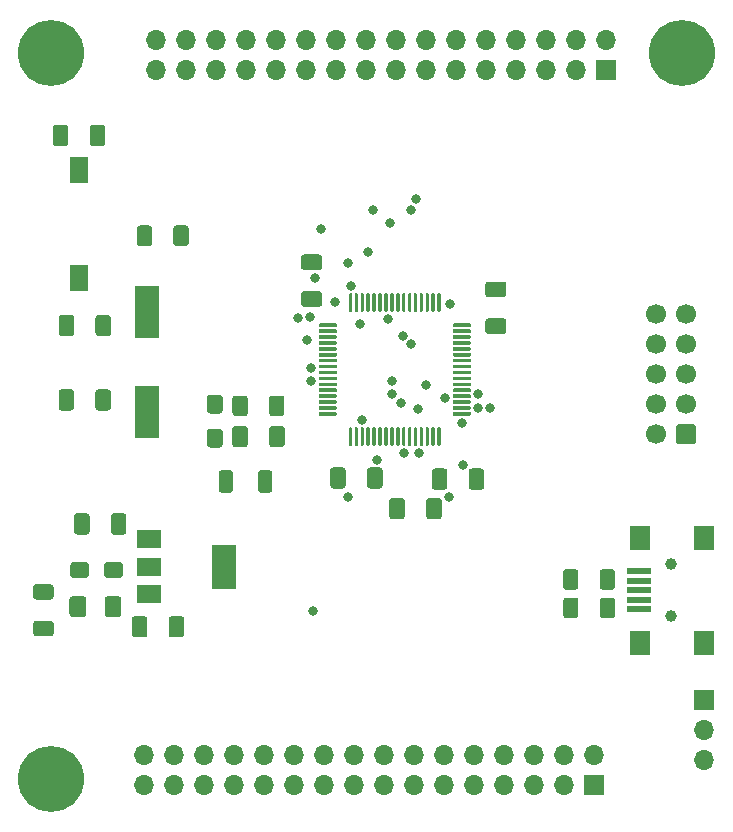
<source format=gts>
%TF.GenerationSoftware,KiCad,Pcbnew,5.1.9+dfsg1-1*%
%TF.CreationDate,2022-02-05T10:31:28+01:00*%
%TF.ProjectId,STM32F4XX,53544d33-3246-4345-9858-2e6b69636164,2.0*%
%TF.SameCoordinates,Original*%
%TF.FileFunction,Soldermask,Top*%
%TF.FilePolarity,Negative*%
%FSLAX46Y46*%
G04 Gerber Fmt 4.6, Leading zero omitted, Abs format (unit mm)*
G04 Created by KiCad (PCBNEW 5.1.9+dfsg1-1) date 2022-02-05 10:31:28*
%MOMM*%
%LPD*%
G01*
G04 APERTURE LIST*
%ADD10C,1.700000*%
%ADD11R,1.600000X2.180000*%
%ADD12R,2.000000X4.500000*%
%ADD13O,1.700000X1.700000*%
%ADD14R,1.700000X1.700000*%
%ADD15C,5.600000*%
%ADD16R,2.000000X1.500000*%
%ADD17R,2.000000X3.800000*%
%ADD18C,1.000000*%
%ADD19R,1.700000X2.000000*%
%ADD20R,2.000000X0.500000*%
%ADD21C,0.800000*%
G04 APERTURE END LIST*
%TO.C,R5*%
G36*
G01*
X120525001Y-105800000D02*
X119274999Y-105800000D01*
G75*
G02*
X119025000Y-105550001I0J249999D01*
G01*
X119025000Y-104749999D01*
G75*
G02*
X119274999Y-104500000I249999J0D01*
G01*
X120525001Y-104500000D01*
G75*
G02*
X120775000Y-104749999I0J-249999D01*
G01*
X120775000Y-105550001D01*
G75*
G02*
X120525001Y-105800000I-249999J0D01*
G01*
G37*
G36*
G01*
X120525001Y-108900000D02*
X119274999Y-108900000D01*
G75*
G02*
X119025000Y-108650001I0J249999D01*
G01*
X119025000Y-107849999D01*
G75*
G02*
X119274999Y-107600000I249999J0D01*
G01*
X120525001Y-107600000D01*
G75*
G02*
X120775000Y-107849999I0J-249999D01*
G01*
X120775000Y-108650001D01*
G75*
G02*
X120525001Y-108900000I-249999J0D01*
G01*
G37*
%TD*%
D10*
%TO.C,J5*%
X171760000Y-81640000D03*
X171760000Y-84180000D03*
X171760000Y-86720000D03*
X171760000Y-89260000D03*
X171760000Y-91800000D03*
X174300000Y-81640000D03*
X174300000Y-84180000D03*
X174300000Y-86720000D03*
X174300000Y-89260000D03*
G36*
G01*
X175150000Y-91200000D02*
X175150000Y-92400000D01*
G75*
G02*
X174900000Y-92650000I-250000J0D01*
G01*
X173700000Y-92650000D01*
G75*
G02*
X173450000Y-92400000I0J250000D01*
G01*
X173450000Y-91200000D01*
G75*
G02*
X173700000Y-90950000I250000J0D01*
G01*
X174900000Y-90950000D01*
G75*
G02*
X175150000Y-91200000I0J-250000D01*
G01*
G37*
%TD*%
%TO.C,C1*%
G36*
G01*
X141949998Y-79700000D02*
X143250002Y-79700000D01*
G75*
G02*
X143500000Y-79949998I0J-249998D01*
G01*
X143500000Y-80775002D01*
G75*
G02*
X143250002Y-81025000I-249998J0D01*
G01*
X141949998Y-81025000D01*
G75*
G02*
X141700000Y-80775002I0J249998D01*
G01*
X141700000Y-79949998D01*
G75*
G02*
X141949998Y-79700000I249998J0D01*
G01*
G37*
G36*
G01*
X141949998Y-76575000D02*
X143250002Y-76575000D01*
G75*
G02*
X143500000Y-76824998I0J-249998D01*
G01*
X143500000Y-77650002D01*
G75*
G02*
X143250002Y-77900000I-249998J0D01*
G01*
X141949998Y-77900000D01*
G75*
G02*
X141700000Y-77650002I0J249998D01*
G01*
X141700000Y-76824998D01*
G75*
G02*
X141949998Y-76575000I249998J0D01*
G01*
G37*
%TD*%
%TO.C,C6*%
G36*
G01*
X134825001Y-90050000D02*
X133974999Y-90050000D01*
G75*
G02*
X133725000Y-89800001I0J249999D01*
G01*
X133725000Y-88724999D01*
G75*
G02*
X133974999Y-88475000I249999J0D01*
G01*
X134825001Y-88475000D01*
G75*
G02*
X135075000Y-88724999I0J-249999D01*
G01*
X135075000Y-89800001D01*
G75*
G02*
X134825001Y-90050000I-249999J0D01*
G01*
G37*
G36*
G01*
X134825001Y-92925000D02*
X133974999Y-92925000D01*
G75*
G02*
X133725000Y-92675001I0J249999D01*
G01*
X133725000Y-91599999D01*
G75*
G02*
X133974999Y-91350000I249999J0D01*
G01*
X134825001Y-91350000D01*
G75*
G02*
X135075000Y-91599999I0J-249999D01*
G01*
X135075000Y-92675001D01*
G75*
G02*
X134825001Y-92925000I-249999J0D01*
G01*
G37*
%TD*%
%TO.C,C8*%
G36*
G01*
X152300000Y-98750002D02*
X152300000Y-97449998D01*
G75*
G02*
X152549998Y-97200000I249998J0D01*
G01*
X153375002Y-97200000D01*
G75*
G02*
X153625000Y-97449998I0J-249998D01*
G01*
X153625000Y-98750002D01*
G75*
G02*
X153375002Y-99000000I-249998J0D01*
G01*
X152549998Y-99000000D01*
G75*
G02*
X152300000Y-98750002I0J249998D01*
G01*
G37*
G36*
G01*
X149175000Y-98750002D02*
X149175000Y-97449998D01*
G75*
G02*
X149424998Y-97200000I249998J0D01*
G01*
X150250002Y-97200000D01*
G75*
G02*
X150500000Y-97449998I0J-249998D01*
G01*
X150500000Y-98750002D01*
G75*
G02*
X150250002Y-99000000I-249998J0D01*
G01*
X149424998Y-99000000D01*
G75*
G02*
X149175000Y-98750002I0J249998D01*
G01*
G37*
%TD*%
%TO.C,D1*%
G36*
G01*
X123525000Y-105775000D02*
X123525000Y-107025000D01*
G75*
G02*
X123275000Y-107275000I-250000J0D01*
G01*
X122350000Y-107275000D01*
G75*
G02*
X122100000Y-107025000I0J250000D01*
G01*
X122100000Y-105775000D01*
G75*
G02*
X122350000Y-105525000I250000J0D01*
G01*
X123275000Y-105525000D01*
G75*
G02*
X123525000Y-105775000I0J-250000D01*
G01*
G37*
G36*
G01*
X126500000Y-105775000D02*
X126500000Y-107025000D01*
G75*
G02*
X126250000Y-107275000I-250000J0D01*
G01*
X125325000Y-107275000D01*
G75*
G02*
X125075000Y-107025000I0J250000D01*
G01*
X125075000Y-105775000D01*
G75*
G02*
X125325000Y-105525000I250000J0D01*
G01*
X126250000Y-105525000D01*
G75*
G02*
X126500000Y-105775000I0J-250000D01*
G01*
G37*
%TD*%
%TO.C,FB1*%
G36*
G01*
X138050000Y-96500001D02*
X138050000Y-95099999D01*
G75*
G02*
X138299999Y-94850000I249999J0D01*
G01*
X139025001Y-94850000D01*
G75*
G02*
X139275000Y-95099999I0J-249999D01*
G01*
X139275000Y-96500001D01*
G75*
G02*
X139025001Y-96750000I-249999J0D01*
G01*
X138299999Y-96750000D01*
G75*
G02*
X138050000Y-96500001I0J249999D01*
G01*
G37*
G36*
G01*
X134725000Y-96500001D02*
X134725000Y-95099999D01*
G75*
G02*
X134974999Y-94850000I249999J0D01*
G01*
X135700001Y-94850000D01*
G75*
G02*
X135950000Y-95099999I0J-249999D01*
G01*
X135950000Y-96500001D01*
G75*
G02*
X135700001Y-96750000I-249999J0D01*
G01*
X134974999Y-96750000D01*
G75*
G02*
X134725000Y-96500001I0J249999D01*
G01*
G37*
%TD*%
%TO.C,R1*%
G36*
G01*
X130900000Y-75625001D02*
X130900000Y-74374999D01*
G75*
G02*
X131149999Y-74125000I249999J0D01*
G01*
X131950001Y-74125000D01*
G75*
G02*
X132200000Y-74374999I0J-249999D01*
G01*
X132200000Y-75625001D01*
G75*
G02*
X131950001Y-75875000I-249999J0D01*
G01*
X131149999Y-75875000D01*
G75*
G02*
X130900000Y-75625001I0J249999D01*
G01*
G37*
G36*
G01*
X127800000Y-75625001D02*
X127800000Y-74374999D01*
G75*
G02*
X128049999Y-74125000I249999J0D01*
G01*
X128850001Y-74125000D01*
G75*
G02*
X129100000Y-74374999I0J-249999D01*
G01*
X129100000Y-75625001D01*
G75*
G02*
X128850001Y-75875000I-249999J0D01*
G01*
X128049999Y-75875000D01*
G75*
G02*
X127800000Y-75625001I0J249999D01*
G01*
G37*
%TD*%
%TO.C,R2*%
G36*
G01*
X139000000Y-90025001D02*
X139000000Y-88774999D01*
G75*
G02*
X139249999Y-88525000I249999J0D01*
G01*
X140050001Y-88525000D01*
G75*
G02*
X140300000Y-88774999I0J-249999D01*
G01*
X140300000Y-90025001D01*
G75*
G02*
X140050001Y-90275000I-249999J0D01*
G01*
X139249999Y-90275000D01*
G75*
G02*
X139000000Y-90025001I0J249999D01*
G01*
G37*
G36*
G01*
X135900000Y-90025001D02*
X135900000Y-88774999D01*
G75*
G02*
X136149999Y-88525000I249999J0D01*
G01*
X136950001Y-88525000D01*
G75*
G02*
X137200000Y-88774999I0J-249999D01*
G01*
X137200000Y-90025001D01*
G75*
G02*
X136950001Y-90275000I-249999J0D01*
G01*
X136149999Y-90275000D01*
G75*
G02*
X135900000Y-90025001I0J249999D01*
G01*
G37*
%TD*%
%TO.C,R4*%
G36*
G01*
X167000000Y-107125001D02*
X167000000Y-105874999D01*
G75*
G02*
X167249999Y-105625000I249999J0D01*
G01*
X168050001Y-105625000D01*
G75*
G02*
X168300000Y-105874999I0J-249999D01*
G01*
X168300000Y-107125001D01*
G75*
G02*
X168050001Y-107375000I-249999J0D01*
G01*
X167249999Y-107375000D01*
G75*
G02*
X167000000Y-107125001I0J249999D01*
G01*
G37*
G36*
G01*
X163900000Y-107125001D02*
X163900000Y-105874999D01*
G75*
G02*
X164149999Y-105625000I249999J0D01*
G01*
X164950001Y-105625000D01*
G75*
G02*
X165200000Y-105874999I0J-249999D01*
G01*
X165200000Y-107125001D01*
G75*
G02*
X164950001Y-107375000I-249999J0D01*
G01*
X164149999Y-107375000D01*
G75*
G02*
X163900000Y-107125001I0J249999D01*
G01*
G37*
%TD*%
D11*
%TO.C,SW1*%
X122900000Y-69410000D03*
X122900000Y-78590000D03*
%TD*%
%TO.C,U1*%
G36*
G01*
X145750000Y-81350000D02*
X145750000Y-79950000D01*
G75*
G02*
X145825000Y-79875000I75000J0D01*
G01*
X145975000Y-79875000D01*
G75*
G02*
X146050000Y-79950000I0J-75000D01*
G01*
X146050000Y-81350000D01*
G75*
G02*
X145975000Y-81425000I-75000J0D01*
G01*
X145825000Y-81425000D01*
G75*
G02*
X145750000Y-81350000I0J75000D01*
G01*
G37*
G36*
G01*
X146250000Y-81350000D02*
X146250000Y-79950000D01*
G75*
G02*
X146325000Y-79875000I75000J0D01*
G01*
X146475000Y-79875000D01*
G75*
G02*
X146550000Y-79950000I0J-75000D01*
G01*
X146550000Y-81350000D01*
G75*
G02*
X146475000Y-81425000I-75000J0D01*
G01*
X146325000Y-81425000D01*
G75*
G02*
X146250000Y-81350000I0J75000D01*
G01*
G37*
G36*
G01*
X146750000Y-81350000D02*
X146750000Y-79950000D01*
G75*
G02*
X146825000Y-79875000I75000J0D01*
G01*
X146975000Y-79875000D01*
G75*
G02*
X147050000Y-79950000I0J-75000D01*
G01*
X147050000Y-81350000D01*
G75*
G02*
X146975000Y-81425000I-75000J0D01*
G01*
X146825000Y-81425000D01*
G75*
G02*
X146750000Y-81350000I0J75000D01*
G01*
G37*
G36*
G01*
X147250000Y-81350000D02*
X147250000Y-79950000D01*
G75*
G02*
X147325000Y-79875000I75000J0D01*
G01*
X147475000Y-79875000D01*
G75*
G02*
X147550000Y-79950000I0J-75000D01*
G01*
X147550000Y-81350000D01*
G75*
G02*
X147475000Y-81425000I-75000J0D01*
G01*
X147325000Y-81425000D01*
G75*
G02*
X147250000Y-81350000I0J75000D01*
G01*
G37*
G36*
G01*
X147750000Y-81350000D02*
X147750000Y-79950000D01*
G75*
G02*
X147825000Y-79875000I75000J0D01*
G01*
X147975000Y-79875000D01*
G75*
G02*
X148050000Y-79950000I0J-75000D01*
G01*
X148050000Y-81350000D01*
G75*
G02*
X147975000Y-81425000I-75000J0D01*
G01*
X147825000Y-81425000D01*
G75*
G02*
X147750000Y-81350000I0J75000D01*
G01*
G37*
G36*
G01*
X148250000Y-81350000D02*
X148250000Y-79950000D01*
G75*
G02*
X148325000Y-79875000I75000J0D01*
G01*
X148475000Y-79875000D01*
G75*
G02*
X148550000Y-79950000I0J-75000D01*
G01*
X148550000Y-81350000D01*
G75*
G02*
X148475000Y-81425000I-75000J0D01*
G01*
X148325000Y-81425000D01*
G75*
G02*
X148250000Y-81350000I0J75000D01*
G01*
G37*
G36*
G01*
X148750000Y-81350000D02*
X148750000Y-79950000D01*
G75*
G02*
X148825000Y-79875000I75000J0D01*
G01*
X148975000Y-79875000D01*
G75*
G02*
X149050000Y-79950000I0J-75000D01*
G01*
X149050000Y-81350000D01*
G75*
G02*
X148975000Y-81425000I-75000J0D01*
G01*
X148825000Y-81425000D01*
G75*
G02*
X148750000Y-81350000I0J75000D01*
G01*
G37*
G36*
G01*
X149250000Y-81350000D02*
X149250000Y-79950000D01*
G75*
G02*
X149325000Y-79875000I75000J0D01*
G01*
X149475000Y-79875000D01*
G75*
G02*
X149550000Y-79950000I0J-75000D01*
G01*
X149550000Y-81350000D01*
G75*
G02*
X149475000Y-81425000I-75000J0D01*
G01*
X149325000Y-81425000D01*
G75*
G02*
X149250000Y-81350000I0J75000D01*
G01*
G37*
G36*
G01*
X149750000Y-81350000D02*
X149750000Y-79950000D01*
G75*
G02*
X149825000Y-79875000I75000J0D01*
G01*
X149975000Y-79875000D01*
G75*
G02*
X150050000Y-79950000I0J-75000D01*
G01*
X150050000Y-81350000D01*
G75*
G02*
X149975000Y-81425000I-75000J0D01*
G01*
X149825000Y-81425000D01*
G75*
G02*
X149750000Y-81350000I0J75000D01*
G01*
G37*
G36*
G01*
X150250000Y-81350000D02*
X150250000Y-79950000D01*
G75*
G02*
X150325000Y-79875000I75000J0D01*
G01*
X150475000Y-79875000D01*
G75*
G02*
X150550000Y-79950000I0J-75000D01*
G01*
X150550000Y-81350000D01*
G75*
G02*
X150475000Y-81425000I-75000J0D01*
G01*
X150325000Y-81425000D01*
G75*
G02*
X150250000Y-81350000I0J75000D01*
G01*
G37*
G36*
G01*
X150750000Y-81350000D02*
X150750000Y-79950000D01*
G75*
G02*
X150825000Y-79875000I75000J0D01*
G01*
X150975000Y-79875000D01*
G75*
G02*
X151050000Y-79950000I0J-75000D01*
G01*
X151050000Y-81350000D01*
G75*
G02*
X150975000Y-81425000I-75000J0D01*
G01*
X150825000Y-81425000D01*
G75*
G02*
X150750000Y-81350000I0J75000D01*
G01*
G37*
G36*
G01*
X151250000Y-81350000D02*
X151250000Y-79950000D01*
G75*
G02*
X151325000Y-79875000I75000J0D01*
G01*
X151475000Y-79875000D01*
G75*
G02*
X151550000Y-79950000I0J-75000D01*
G01*
X151550000Y-81350000D01*
G75*
G02*
X151475000Y-81425000I-75000J0D01*
G01*
X151325000Y-81425000D01*
G75*
G02*
X151250000Y-81350000I0J75000D01*
G01*
G37*
G36*
G01*
X151750000Y-81350000D02*
X151750000Y-79950000D01*
G75*
G02*
X151825000Y-79875000I75000J0D01*
G01*
X151975000Y-79875000D01*
G75*
G02*
X152050000Y-79950000I0J-75000D01*
G01*
X152050000Y-81350000D01*
G75*
G02*
X151975000Y-81425000I-75000J0D01*
G01*
X151825000Y-81425000D01*
G75*
G02*
X151750000Y-81350000I0J75000D01*
G01*
G37*
G36*
G01*
X152250000Y-81350000D02*
X152250000Y-79950000D01*
G75*
G02*
X152325000Y-79875000I75000J0D01*
G01*
X152475000Y-79875000D01*
G75*
G02*
X152550000Y-79950000I0J-75000D01*
G01*
X152550000Y-81350000D01*
G75*
G02*
X152475000Y-81425000I-75000J0D01*
G01*
X152325000Y-81425000D01*
G75*
G02*
X152250000Y-81350000I0J75000D01*
G01*
G37*
G36*
G01*
X152750000Y-81350000D02*
X152750000Y-79950000D01*
G75*
G02*
X152825000Y-79875000I75000J0D01*
G01*
X152975000Y-79875000D01*
G75*
G02*
X153050000Y-79950000I0J-75000D01*
G01*
X153050000Y-81350000D01*
G75*
G02*
X152975000Y-81425000I-75000J0D01*
G01*
X152825000Y-81425000D01*
G75*
G02*
X152750000Y-81350000I0J75000D01*
G01*
G37*
G36*
G01*
X153250000Y-81350000D02*
X153250000Y-79950000D01*
G75*
G02*
X153325000Y-79875000I75000J0D01*
G01*
X153475000Y-79875000D01*
G75*
G02*
X153550000Y-79950000I0J-75000D01*
G01*
X153550000Y-81350000D01*
G75*
G02*
X153475000Y-81425000I-75000J0D01*
G01*
X153325000Y-81425000D01*
G75*
G02*
X153250000Y-81350000I0J75000D01*
G01*
G37*
G36*
G01*
X154550000Y-82650000D02*
X154550000Y-82500000D01*
G75*
G02*
X154625000Y-82425000I75000J0D01*
G01*
X156025000Y-82425000D01*
G75*
G02*
X156100000Y-82500000I0J-75000D01*
G01*
X156100000Y-82650000D01*
G75*
G02*
X156025000Y-82725000I-75000J0D01*
G01*
X154625000Y-82725000D01*
G75*
G02*
X154550000Y-82650000I0J75000D01*
G01*
G37*
G36*
G01*
X154550000Y-83150000D02*
X154550000Y-83000000D01*
G75*
G02*
X154625000Y-82925000I75000J0D01*
G01*
X156025000Y-82925000D01*
G75*
G02*
X156100000Y-83000000I0J-75000D01*
G01*
X156100000Y-83150000D01*
G75*
G02*
X156025000Y-83225000I-75000J0D01*
G01*
X154625000Y-83225000D01*
G75*
G02*
X154550000Y-83150000I0J75000D01*
G01*
G37*
G36*
G01*
X154550000Y-83650000D02*
X154550000Y-83500000D01*
G75*
G02*
X154625000Y-83425000I75000J0D01*
G01*
X156025000Y-83425000D01*
G75*
G02*
X156100000Y-83500000I0J-75000D01*
G01*
X156100000Y-83650000D01*
G75*
G02*
X156025000Y-83725000I-75000J0D01*
G01*
X154625000Y-83725000D01*
G75*
G02*
X154550000Y-83650000I0J75000D01*
G01*
G37*
G36*
G01*
X154550000Y-84150000D02*
X154550000Y-84000000D01*
G75*
G02*
X154625000Y-83925000I75000J0D01*
G01*
X156025000Y-83925000D01*
G75*
G02*
X156100000Y-84000000I0J-75000D01*
G01*
X156100000Y-84150000D01*
G75*
G02*
X156025000Y-84225000I-75000J0D01*
G01*
X154625000Y-84225000D01*
G75*
G02*
X154550000Y-84150000I0J75000D01*
G01*
G37*
G36*
G01*
X154550000Y-84650000D02*
X154550000Y-84500000D01*
G75*
G02*
X154625000Y-84425000I75000J0D01*
G01*
X156025000Y-84425000D01*
G75*
G02*
X156100000Y-84500000I0J-75000D01*
G01*
X156100000Y-84650000D01*
G75*
G02*
X156025000Y-84725000I-75000J0D01*
G01*
X154625000Y-84725000D01*
G75*
G02*
X154550000Y-84650000I0J75000D01*
G01*
G37*
G36*
G01*
X154550000Y-85150000D02*
X154550000Y-85000000D01*
G75*
G02*
X154625000Y-84925000I75000J0D01*
G01*
X156025000Y-84925000D01*
G75*
G02*
X156100000Y-85000000I0J-75000D01*
G01*
X156100000Y-85150000D01*
G75*
G02*
X156025000Y-85225000I-75000J0D01*
G01*
X154625000Y-85225000D01*
G75*
G02*
X154550000Y-85150000I0J75000D01*
G01*
G37*
G36*
G01*
X154550000Y-85650000D02*
X154550000Y-85500000D01*
G75*
G02*
X154625000Y-85425000I75000J0D01*
G01*
X156025000Y-85425000D01*
G75*
G02*
X156100000Y-85500000I0J-75000D01*
G01*
X156100000Y-85650000D01*
G75*
G02*
X156025000Y-85725000I-75000J0D01*
G01*
X154625000Y-85725000D01*
G75*
G02*
X154550000Y-85650000I0J75000D01*
G01*
G37*
G36*
G01*
X154550000Y-86150000D02*
X154550000Y-86000000D01*
G75*
G02*
X154625000Y-85925000I75000J0D01*
G01*
X156025000Y-85925000D01*
G75*
G02*
X156100000Y-86000000I0J-75000D01*
G01*
X156100000Y-86150000D01*
G75*
G02*
X156025000Y-86225000I-75000J0D01*
G01*
X154625000Y-86225000D01*
G75*
G02*
X154550000Y-86150000I0J75000D01*
G01*
G37*
G36*
G01*
X154550000Y-86650000D02*
X154550000Y-86500000D01*
G75*
G02*
X154625000Y-86425000I75000J0D01*
G01*
X156025000Y-86425000D01*
G75*
G02*
X156100000Y-86500000I0J-75000D01*
G01*
X156100000Y-86650000D01*
G75*
G02*
X156025000Y-86725000I-75000J0D01*
G01*
X154625000Y-86725000D01*
G75*
G02*
X154550000Y-86650000I0J75000D01*
G01*
G37*
G36*
G01*
X154550000Y-87150000D02*
X154550000Y-87000000D01*
G75*
G02*
X154625000Y-86925000I75000J0D01*
G01*
X156025000Y-86925000D01*
G75*
G02*
X156100000Y-87000000I0J-75000D01*
G01*
X156100000Y-87150000D01*
G75*
G02*
X156025000Y-87225000I-75000J0D01*
G01*
X154625000Y-87225000D01*
G75*
G02*
X154550000Y-87150000I0J75000D01*
G01*
G37*
G36*
G01*
X154550000Y-87650000D02*
X154550000Y-87500000D01*
G75*
G02*
X154625000Y-87425000I75000J0D01*
G01*
X156025000Y-87425000D01*
G75*
G02*
X156100000Y-87500000I0J-75000D01*
G01*
X156100000Y-87650000D01*
G75*
G02*
X156025000Y-87725000I-75000J0D01*
G01*
X154625000Y-87725000D01*
G75*
G02*
X154550000Y-87650000I0J75000D01*
G01*
G37*
G36*
G01*
X154550000Y-88150000D02*
X154550000Y-88000000D01*
G75*
G02*
X154625000Y-87925000I75000J0D01*
G01*
X156025000Y-87925000D01*
G75*
G02*
X156100000Y-88000000I0J-75000D01*
G01*
X156100000Y-88150000D01*
G75*
G02*
X156025000Y-88225000I-75000J0D01*
G01*
X154625000Y-88225000D01*
G75*
G02*
X154550000Y-88150000I0J75000D01*
G01*
G37*
G36*
G01*
X154550000Y-88650000D02*
X154550000Y-88500000D01*
G75*
G02*
X154625000Y-88425000I75000J0D01*
G01*
X156025000Y-88425000D01*
G75*
G02*
X156100000Y-88500000I0J-75000D01*
G01*
X156100000Y-88650000D01*
G75*
G02*
X156025000Y-88725000I-75000J0D01*
G01*
X154625000Y-88725000D01*
G75*
G02*
X154550000Y-88650000I0J75000D01*
G01*
G37*
G36*
G01*
X154550000Y-89150000D02*
X154550000Y-89000000D01*
G75*
G02*
X154625000Y-88925000I75000J0D01*
G01*
X156025000Y-88925000D01*
G75*
G02*
X156100000Y-89000000I0J-75000D01*
G01*
X156100000Y-89150000D01*
G75*
G02*
X156025000Y-89225000I-75000J0D01*
G01*
X154625000Y-89225000D01*
G75*
G02*
X154550000Y-89150000I0J75000D01*
G01*
G37*
G36*
G01*
X154550000Y-89650000D02*
X154550000Y-89500000D01*
G75*
G02*
X154625000Y-89425000I75000J0D01*
G01*
X156025000Y-89425000D01*
G75*
G02*
X156100000Y-89500000I0J-75000D01*
G01*
X156100000Y-89650000D01*
G75*
G02*
X156025000Y-89725000I-75000J0D01*
G01*
X154625000Y-89725000D01*
G75*
G02*
X154550000Y-89650000I0J75000D01*
G01*
G37*
G36*
G01*
X154550000Y-90150000D02*
X154550000Y-90000000D01*
G75*
G02*
X154625000Y-89925000I75000J0D01*
G01*
X156025000Y-89925000D01*
G75*
G02*
X156100000Y-90000000I0J-75000D01*
G01*
X156100000Y-90150000D01*
G75*
G02*
X156025000Y-90225000I-75000J0D01*
G01*
X154625000Y-90225000D01*
G75*
G02*
X154550000Y-90150000I0J75000D01*
G01*
G37*
G36*
G01*
X153250000Y-92700000D02*
X153250000Y-91300000D01*
G75*
G02*
X153325000Y-91225000I75000J0D01*
G01*
X153475000Y-91225000D01*
G75*
G02*
X153550000Y-91300000I0J-75000D01*
G01*
X153550000Y-92700000D01*
G75*
G02*
X153475000Y-92775000I-75000J0D01*
G01*
X153325000Y-92775000D01*
G75*
G02*
X153250000Y-92700000I0J75000D01*
G01*
G37*
G36*
G01*
X152750000Y-92700000D02*
X152750000Y-91300000D01*
G75*
G02*
X152825000Y-91225000I75000J0D01*
G01*
X152975000Y-91225000D01*
G75*
G02*
X153050000Y-91300000I0J-75000D01*
G01*
X153050000Y-92700000D01*
G75*
G02*
X152975000Y-92775000I-75000J0D01*
G01*
X152825000Y-92775000D01*
G75*
G02*
X152750000Y-92700000I0J75000D01*
G01*
G37*
G36*
G01*
X152250000Y-92700000D02*
X152250000Y-91300000D01*
G75*
G02*
X152325000Y-91225000I75000J0D01*
G01*
X152475000Y-91225000D01*
G75*
G02*
X152550000Y-91300000I0J-75000D01*
G01*
X152550000Y-92700000D01*
G75*
G02*
X152475000Y-92775000I-75000J0D01*
G01*
X152325000Y-92775000D01*
G75*
G02*
X152250000Y-92700000I0J75000D01*
G01*
G37*
G36*
G01*
X151750000Y-92700000D02*
X151750000Y-91300000D01*
G75*
G02*
X151825000Y-91225000I75000J0D01*
G01*
X151975000Y-91225000D01*
G75*
G02*
X152050000Y-91300000I0J-75000D01*
G01*
X152050000Y-92700000D01*
G75*
G02*
X151975000Y-92775000I-75000J0D01*
G01*
X151825000Y-92775000D01*
G75*
G02*
X151750000Y-92700000I0J75000D01*
G01*
G37*
G36*
G01*
X151250000Y-92700000D02*
X151250000Y-91300000D01*
G75*
G02*
X151325000Y-91225000I75000J0D01*
G01*
X151475000Y-91225000D01*
G75*
G02*
X151550000Y-91300000I0J-75000D01*
G01*
X151550000Y-92700000D01*
G75*
G02*
X151475000Y-92775000I-75000J0D01*
G01*
X151325000Y-92775000D01*
G75*
G02*
X151250000Y-92700000I0J75000D01*
G01*
G37*
G36*
G01*
X150750000Y-92700000D02*
X150750000Y-91300000D01*
G75*
G02*
X150825000Y-91225000I75000J0D01*
G01*
X150975000Y-91225000D01*
G75*
G02*
X151050000Y-91300000I0J-75000D01*
G01*
X151050000Y-92700000D01*
G75*
G02*
X150975000Y-92775000I-75000J0D01*
G01*
X150825000Y-92775000D01*
G75*
G02*
X150750000Y-92700000I0J75000D01*
G01*
G37*
G36*
G01*
X150250000Y-92700000D02*
X150250000Y-91300000D01*
G75*
G02*
X150325000Y-91225000I75000J0D01*
G01*
X150475000Y-91225000D01*
G75*
G02*
X150550000Y-91300000I0J-75000D01*
G01*
X150550000Y-92700000D01*
G75*
G02*
X150475000Y-92775000I-75000J0D01*
G01*
X150325000Y-92775000D01*
G75*
G02*
X150250000Y-92700000I0J75000D01*
G01*
G37*
G36*
G01*
X149750000Y-92700000D02*
X149750000Y-91300000D01*
G75*
G02*
X149825000Y-91225000I75000J0D01*
G01*
X149975000Y-91225000D01*
G75*
G02*
X150050000Y-91300000I0J-75000D01*
G01*
X150050000Y-92700000D01*
G75*
G02*
X149975000Y-92775000I-75000J0D01*
G01*
X149825000Y-92775000D01*
G75*
G02*
X149750000Y-92700000I0J75000D01*
G01*
G37*
G36*
G01*
X149250000Y-92700000D02*
X149250000Y-91300000D01*
G75*
G02*
X149325000Y-91225000I75000J0D01*
G01*
X149475000Y-91225000D01*
G75*
G02*
X149550000Y-91300000I0J-75000D01*
G01*
X149550000Y-92700000D01*
G75*
G02*
X149475000Y-92775000I-75000J0D01*
G01*
X149325000Y-92775000D01*
G75*
G02*
X149250000Y-92700000I0J75000D01*
G01*
G37*
G36*
G01*
X148750000Y-92700000D02*
X148750000Y-91300000D01*
G75*
G02*
X148825000Y-91225000I75000J0D01*
G01*
X148975000Y-91225000D01*
G75*
G02*
X149050000Y-91300000I0J-75000D01*
G01*
X149050000Y-92700000D01*
G75*
G02*
X148975000Y-92775000I-75000J0D01*
G01*
X148825000Y-92775000D01*
G75*
G02*
X148750000Y-92700000I0J75000D01*
G01*
G37*
G36*
G01*
X148250000Y-92700000D02*
X148250000Y-91300000D01*
G75*
G02*
X148325000Y-91225000I75000J0D01*
G01*
X148475000Y-91225000D01*
G75*
G02*
X148550000Y-91300000I0J-75000D01*
G01*
X148550000Y-92700000D01*
G75*
G02*
X148475000Y-92775000I-75000J0D01*
G01*
X148325000Y-92775000D01*
G75*
G02*
X148250000Y-92700000I0J75000D01*
G01*
G37*
G36*
G01*
X147750000Y-92700000D02*
X147750000Y-91300000D01*
G75*
G02*
X147825000Y-91225000I75000J0D01*
G01*
X147975000Y-91225000D01*
G75*
G02*
X148050000Y-91300000I0J-75000D01*
G01*
X148050000Y-92700000D01*
G75*
G02*
X147975000Y-92775000I-75000J0D01*
G01*
X147825000Y-92775000D01*
G75*
G02*
X147750000Y-92700000I0J75000D01*
G01*
G37*
G36*
G01*
X147250000Y-92700000D02*
X147250000Y-91300000D01*
G75*
G02*
X147325000Y-91225000I75000J0D01*
G01*
X147475000Y-91225000D01*
G75*
G02*
X147550000Y-91300000I0J-75000D01*
G01*
X147550000Y-92700000D01*
G75*
G02*
X147475000Y-92775000I-75000J0D01*
G01*
X147325000Y-92775000D01*
G75*
G02*
X147250000Y-92700000I0J75000D01*
G01*
G37*
G36*
G01*
X146750000Y-92700000D02*
X146750000Y-91300000D01*
G75*
G02*
X146825000Y-91225000I75000J0D01*
G01*
X146975000Y-91225000D01*
G75*
G02*
X147050000Y-91300000I0J-75000D01*
G01*
X147050000Y-92700000D01*
G75*
G02*
X146975000Y-92775000I-75000J0D01*
G01*
X146825000Y-92775000D01*
G75*
G02*
X146750000Y-92700000I0J75000D01*
G01*
G37*
G36*
G01*
X146250000Y-92700000D02*
X146250000Y-91300000D01*
G75*
G02*
X146325000Y-91225000I75000J0D01*
G01*
X146475000Y-91225000D01*
G75*
G02*
X146550000Y-91300000I0J-75000D01*
G01*
X146550000Y-92700000D01*
G75*
G02*
X146475000Y-92775000I-75000J0D01*
G01*
X146325000Y-92775000D01*
G75*
G02*
X146250000Y-92700000I0J75000D01*
G01*
G37*
G36*
G01*
X145750000Y-92700000D02*
X145750000Y-91300000D01*
G75*
G02*
X145825000Y-91225000I75000J0D01*
G01*
X145975000Y-91225000D01*
G75*
G02*
X146050000Y-91300000I0J-75000D01*
G01*
X146050000Y-92700000D01*
G75*
G02*
X145975000Y-92775000I-75000J0D01*
G01*
X145825000Y-92775000D01*
G75*
G02*
X145750000Y-92700000I0J75000D01*
G01*
G37*
G36*
G01*
X143200000Y-90150000D02*
X143200000Y-90000000D01*
G75*
G02*
X143275000Y-89925000I75000J0D01*
G01*
X144675000Y-89925000D01*
G75*
G02*
X144750000Y-90000000I0J-75000D01*
G01*
X144750000Y-90150000D01*
G75*
G02*
X144675000Y-90225000I-75000J0D01*
G01*
X143275000Y-90225000D01*
G75*
G02*
X143200000Y-90150000I0J75000D01*
G01*
G37*
G36*
G01*
X143200000Y-89650000D02*
X143200000Y-89500000D01*
G75*
G02*
X143275000Y-89425000I75000J0D01*
G01*
X144675000Y-89425000D01*
G75*
G02*
X144750000Y-89500000I0J-75000D01*
G01*
X144750000Y-89650000D01*
G75*
G02*
X144675000Y-89725000I-75000J0D01*
G01*
X143275000Y-89725000D01*
G75*
G02*
X143200000Y-89650000I0J75000D01*
G01*
G37*
G36*
G01*
X143200000Y-89150000D02*
X143200000Y-89000000D01*
G75*
G02*
X143275000Y-88925000I75000J0D01*
G01*
X144675000Y-88925000D01*
G75*
G02*
X144750000Y-89000000I0J-75000D01*
G01*
X144750000Y-89150000D01*
G75*
G02*
X144675000Y-89225000I-75000J0D01*
G01*
X143275000Y-89225000D01*
G75*
G02*
X143200000Y-89150000I0J75000D01*
G01*
G37*
G36*
G01*
X143200000Y-88650000D02*
X143200000Y-88500000D01*
G75*
G02*
X143275000Y-88425000I75000J0D01*
G01*
X144675000Y-88425000D01*
G75*
G02*
X144750000Y-88500000I0J-75000D01*
G01*
X144750000Y-88650000D01*
G75*
G02*
X144675000Y-88725000I-75000J0D01*
G01*
X143275000Y-88725000D01*
G75*
G02*
X143200000Y-88650000I0J75000D01*
G01*
G37*
G36*
G01*
X143200000Y-88150000D02*
X143200000Y-88000000D01*
G75*
G02*
X143275000Y-87925000I75000J0D01*
G01*
X144675000Y-87925000D01*
G75*
G02*
X144750000Y-88000000I0J-75000D01*
G01*
X144750000Y-88150000D01*
G75*
G02*
X144675000Y-88225000I-75000J0D01*
G01*
X143275000Y-88225000D01*
G75*
G02*
X143200000Y-88150000I0J75000D01*
G01*
G37*
G36*
G01*
X143200000Y-87650000D02*
X143200000Y-87500000D01*
G75*
G02*
X143275000Y-87425000I75000J0D01*
G01*
X144675000Y-87425000D01*
G75*
G02*
X144750000Y-87500000I0J-75000D01*
G01*
X144750000Y-87650000D01*
G75*
G02*
X144675000Y-87725000I-75000J0D01*
G01*
X143275000Y-87725000D01*
G75*
G02*
X143200000Y-87650000I0J75000D01*
G01*
G37*
G36*
G01*
X143200000Y-87150000D02*
X143200000Y-87000000D01*
G75*
G02*
X143275000Y-86925000I75000J0D01*
G01*
X144675000Y-86925000D01*
G75*
G02*
X144750000Y-87000000I0J-75000D01*
G01*
X144750000Y-87150000D01*
G75*
G02*
X144675000Y-87225000I-75000J0D01*
G01*
X143275000Y-87225000D01*
G75*
G02*
X143200000Y-87150000I0J75000D01*
G01*
G37*
G36*
G01*
X143200000Y-86650000D02*
X143200000Y-86500000D01*
G75*
G02*
X143275000Y-86425000I75000J0D01*
G01*
X144675000Y-86425000D01*
G75*
G02*
X144750000Y-86500000I0J-75000D01*
G01*
X144750000Y-86650000D01*
G75*
G02*
X144675000Y-86725000I-75000J0D01*
G01*
X143275000Y-86725000D01*
G75*
G02*
X143200000Y-86650000I0J75000D01*
G01*
G37*
G36*
G01*
X143200000Y-86150000D02*
X143200000Y-86000000D01*
G75*
G02*
X143275000Y-85925000I75000J0D01*
G01*
X144675000Y-85925000D01*
G75*
G02*
X144750000Y-86000000I0J-75000D01*
G01*
X144750000Y-86150000D01*
G75*
G02*
X144675000Y-86225000I-75000J0D01*
G01*
X143275000Y-86225000D01*
G75*
G02*
X143200000Y-86150000I0J75000D01*
G01*
G37*
G36*
G01*
X143200000Y-85650000D02*
X143200000Y-85500000D01*
G75*
G02*
X143275000Y-85425000I75000J0D01*
G01*
X144675000Y-85425000D01*
G75*
G02*
X144750000Y-85500000I0J-75000D01*
G01*
X144750000Y-85650000D01*
G75*
G02*
X144675000Y-85725000I-75000J0D01*
G01*
X143275000Y-85725000D01*
G75*
G02*
X143200000Y-85650000I0J75000D01*
G01*
G37*
G36*
G01*
X143200000Y-85150000D02*
X143200000Y-85000000D01*
G75*
G02*
X143275000Y-84925000I75000J0D01*
G01*
X144675000Y-84925000D01*
G75*
G02*
X144750000Y-85000000I0J-75000D01*
G01*
X144750000Y-85150000D01*
G75*
G02*
X144675000Y-85225000I-75000J0D01*
G01*
X143275000Y-85225000D01*
G75*
G02*
X143200000Y-85150000I0J75000D01*
G01*
G37*
G36*
G01*
X143200000Y-84650000D02*
X143200000Y-84500000D01*
G75*
G02*
X143275000Y-84425000I75000J0D01*
G01*
X144675000Y-84425000D01*
G75*
G02*
X144750000Y-84500000I0J-75000D01*
G01*
X144750000Y-84650000D01*
G75*
G02*
X144675000Y-84725000I-75000J0D01*
G01*
X143275000Y-84725000D01*
G75*
G02*
X143200000Y-84650000I0J75000D01*
G01*
G37*
G36*
G01*
X143200000Y-84150000D02*
X143200000Y-84000000D01*
G75*
G02*
X143275000Y-83925000I75000J0D01*
G01*
X144675000Y-83925000D01*
G75*
G02*
X144750000Y-84000000I0J-75000D01*
G01*
X144750000Y-84150000D01*
G75*
G02*
X144675000Y-84225000I-75000J0D01*
G01*
X143275000Y-84225000D01*
G75*
G02*
X143200000Y-84150000I0J75000D01*
G01*
G37*
G36*
G01*
X143200000Y-83650000D02*
X143200000Y-83500000D01*
G75*
G02*
X143275000Y-83425000I75000J0D01*
G01*
X144675000Y-83425000D01*
G75*
G02*
X144750000Y-83500000I0J-75000D01*
G01*
X144750000Y-83650000D01*
G75*
G02*
X144675000Y-83725000I-75000J0D01*
G01*
X143275000Y-83725000D01*
G75*
G02*
X143200000Y-83650000I0J75000D01*
G01*
G37*
G36*
G01*
X143200000Y-83150000D02*
X143200000Y-83000000D01*
G75*
G02*
X143275000Y-82925000I75000J0D01*
G01*
X144675000Y-82925000D01*
G75*
G02*
X144750000Y-83000000I0J-75000D01*
G01*
X144750000Y-83150000D01*
G75*
G02*
X144675000Y-83225000I-75000J0D01*
G01*
X143275000Y-83225000D01*
G75*
G02*
X143200000Y-83150000I0J75000D01*
G01*
G37*
G36*
G01*
X143200000Y-82650000D02*
X143200000Y-82500000D01*
G75*
G02*
X143275000Y-82425000I75000J0D01*
G01*
X144675000Y-82425000D01*
G75*
G02*
X144750000Y-82500000I0J-75000D01*
G01*
X144750000Y-82650000D01*
G75*
G02*
X144675000Y-82725000I-75000J0D01*
G01*
X143275000Y-82725000D01*
G75*
G02*
X143200000Y-82650000I0J75000D01*
G01*
G37*
%TD*%
D12*
%TO.C,Y1*%
X128700000Y-89950000D03*
X128700000Y-81450000D03*
%TD*%
D13*
%TO.C,J1*%
X175800000Y-119380000D03*
X175800000Y-116840000D03*
D14*
X175800000Y-114300000D03*
%TD*%
D13*
%TO.C,J2*%
X128400000Y-118960000D03*
X128400000Y-121500000D03*
X130940000Y-118960000D03*
X130940000Y-121500000D03*
X133480000Y-118960000D03*
X133480000Y-121500000D03*
X136020000Y-118960000D03*
X136020000Y-121500000D03*
X138560000Y-118960000D03*
X138560000Y-121500000D03*
X141100000Y-118960000D03*
X141100000Y-121500000D03*
X143640000Y-118960000D03*
X143640000Y-121500000D03*
X146180000Y-118960000D03*
X146180000Y-121500000D03*
X148720000Y-118960000D03*
X148720000Y-121500000D03*
X151260000Y-118960000D03*
X151260000Y-121500000D03*
X153800000Y-118960000D03*
X153800000Y-121500000D03*
X156340000Y-118960000D03*
X156340000Y-121500000D03*
X158880000Y-118960000D03*
X158880000Y-121500000D03*
X161420000Y-118960000D03*
X161420000Y-121500000D03*
X163960000Y-118960000D03*
X163960000Y-121500000D03*
X166500000Y-118960000D03*
D14*
X166500000Y-121500000D03*
%TD*%
D13*
%TO.C,J4*%
X129400000Y-58420000D03*
X129400000Y-60960000D03*
X131940000Y-58420000D03*
X131940000Y-60960000D03*
X134480000Y-58420000D03*
X134480000Y-60960000D03*
X137020000Y-58420000D03*
X137020000Y-60960000D03*
X139560000Y-58420000D03*
X139560000Y-60960000D03*
X142100000Y-58420000D03*
X142100000Y-60960000D03*
X144640000Y-58420000D03*
X144640000Y-60960000D03*
X147180000Y-58420000D03*
X147180000Y-60960000D03*
X149720000Y-58420000D03*
X149720000Y-60960000D03*
X152260000Y-58420000D03*
X152260000Y-60960000D03*
X154800000Y-58420000D03*
X154800000Y-60960000D03*
X157340000Y-58420000D03*
X157340000Y-60960000D03*
X159880000Y-58420000D03*
X159880000Y-60960000D03*
X162420000Y-58420000D03*
X162420000Y-60960000D03*
X164960000Y-58420000D03*
X164960000Y-60960000D03*
X167500000Y-58420000D03*
D14*
X167500000Y-60960000D03*
%TD*%
D15*
%TO.C,H2*%
X120500000Y-59500000D03*
%TD*%
%TO.C,H1*%
X174000000Y-59500000D03*
%TD*%
%TO.C,H3*%
X120500000Y-121000000D03*
%TD*%
D16*
%TO.C,U2*%
X128850000Y-100700000D03*
X128850000Y-105300000D03*
X128850000Y-103000000D03*
D17*
X135150000Y-103000000D03*
%TD*%
D18*
%TO.C,J3*%
X173000000Y-102800000D03*
X173000000Y-107200000D03*
D19*
X175850000Y-100550000D03*
X170400000Y-100550000D03*
X175850000Y-109450000D03*
X170400000Y-109450000D03*
D20*
X170300000Y-103400000D03*
X170300000Y-104200000D03*
X170300000Y-105000000D03*
X170300000Y-105800000D03*
X170300000Y-106600000D03*
%TD*%
%TO.C,C2*%
G36*
G01*
X145500000Y-94849998D02*
X145500000Y-96150002D01*
G75*
G02*
X145250002Y-96400000I-249998J0D01*
G01*
X144424998Y-96400000D01*
G75*
G02*
X144175000Y-96150002I0J249998D01*
G01*
X144175000Y-94849998D01*
G75*
G02*
X144424998Y-94600000I249998J0D01*
G01*
X145250002Y-94600000D01*
G75*
G02*
X145500000Y-94849998I0J-249998D01*
G01*
G37*
G36*
G01*
X148625000Y-94849998D02*
X148625000Y-96150002D01*
G75*
G02*
X148375002Y-96400000I-249998J0D01*
G01*
X147549998Y-96400000D01*
G75*
G02*
X147300000Y-96150002I0J249998D01*
G01*
X147300000Y-94849998D01*
G75*
G02*
X147549998Y-94600000I249998J0D01*
G01*
X148375002Y-94600000D01*
G75*
G02*
X148625000Y-94849998I0J-249998D01*
G01*
G37*
%TD*%
%TO.C,C3*%
G36*
G01*
X154100000Y-94949998D02*
X154100000Y-96250002D01*
G75*
G02*
X153850002Y-96500000I-249998J0D01*
G01*
X153024998Y-96500000D01*
G75*
G02*
X152775000Y-96250002I0J249998D01*
G01*
X152775000Y-94949998D01*
G75*
G02*
X153024998Y-94700000I249998J0D01*
G01*
X153850002Y-94700000D01*
G75*
G02*
X154100000Y-94949998I0J-249998D01*
G01*
G37*
G36*
G01*
X157225000Y-94949998D02*
X157225000Y-96250002D01*
G75*
G02*
X156975002Y-96500000I-249998J0D01*
G01*
X156149998Y-96500000D01*
G75*
G02*
X155900000Y-96250002I0J249998D01*
G01*
X155900000Y-94949998D01*
G75*
G02*
X156149998Y-94700000I249998J0D01*
G01*
X156975002Y-94700000D01*
G75*
G02*
X157225000Y-94949998I0J-249998D01*
G01*
G37*
%TD*%
%TO.C,C4*%
G36*
G01*
X157549998Y-82000000D02*
X158850002Y-82000000D01*
G75*
G02*
X159100000Y-82249998I0J-249998D01*
G01*
X159100000Y-83075002D01*
G75*
G02*
X158850002Y-83325000I-249998J0D01*
G01*
X157549998Y-83325000D01*
G75*
G02*
X157300000Y-83075002I0J249998D01*
G01*
X157300000Y-82249998D01*
G75*
G02*
X157549998Y-82000000I249998J0D01*
G01*
G37*
G36*
G01*
X157549998Y-78875000D02*
X158850002Y-78875000D01*
G75*
G02*
X159100000Y-79124998I0J-249998D01*
G01*
X159100000Y-79950002D01*
G75*
G02*
X158850002Y-80200000I-249998J0D01*
G01*
X157549998Y-80200000D01*
G75*
G02*
X157300000Y-79950002I0J249998D01*
G01*
X157300000Y-79124998D01*
G75*
G02*
X157549998Y-78875000I249998J0D01*
G01*
G37*
%TD*%
%TO.C,C5*%
G36*
G01*
X137200000Y-91349998D02*
X137200000Y-92650002D01*
G75*
G02*
X136950002Y-92900000I-249998J0D01*
G01*
X136124998Y-92900000D01*
G75*
G02*
X135875000Y-92650002I0J249998D01*
G01*
X135875000Y-91349998D01*
G75*
G02*
X136124998Y-91100000I249998J0D01*
G01*
X136950002Y-91100000D01*
G75*
G02*
X137200000Y-91349998I0J-249998D01*
G01*
G37*
G36*
G01*
X140325000Y-91349998D02*
X140325000Y-92650002D01*
G75*
G02*
X140075002Y-92900000I-249998J0D01*
G01*
X139249998Y-92900000D01*
G75*
G02*
X139000000Y-92650002I0J249998D01*
G01*
X139000000Y-91349998D01*
G75*
G02*
X139249998Y-91100000I249998J0D01*
G01*
X140075002Y-91100000D01*
G75*
G02*
X140325000Y-91349998I0J-249998D01*
G01*
G37*
%TD*%
%TO.C,C7*%
G36*
G01*
X123800000Y-67150002D02*
X123800000Y-65849998D01*
G75*
G02*
X124049998Y-65600000I249998J0D01*
G01*
X124875002Y-65600000D01*
G75*
G02*
X125125000Y-65849998I0J-249998D01*
G01*
X125125000Y-67150002D01*
G75*
G02*
X124875002Y-67400000I-249998J0D01*
G01*
X124049998Y-67400000D01*
G75*
G02*
X123800000Y-67150002I0J249998D01*
G01*
G37*
G36*
G01*
X120675000Y-67150002D02*
X120675000Y-65849998D01*
G75*
G02*
X120924998Y-65600000I249998J0D01*
G01*
X121750002Y-65600000D01*
G75*
G02*
X122000000Y-65849998I0J-249998D01*
G01*
X122000000Y-67150002D01*
G75*
G02*
X121750002Y-67400000I-249998J0D01*
G01*
X120924998Y-67400000D01*
G75*
G02*
X120675000Y-67150002I0J249998D01*
G01*
G37*
%TD*%
%TO.C,C11*%
G36*
G01*
X125600000Y-100050002D02*
X125600000Y-98749998D01*
G75*
G02*
X125849998Y-98500000I249998J0D01*
G01*
X126675002Y-98500000D01*
G75*
G02*
X126925000Y-98749998I0J-249998D01*
G01*
X126925000Y-100050002D01*
G75*
G02*
X126675002Y-100300000I-249998J0D01*
G01*
X125849998Y-100300000D01*
G75*
G02*
X125600000Y-100050002I0J249998D01*
G01*
G37*
G36*
G01*
X122475000Y-100050002D02*
X122475000Y-98749998D01*
G75*
G02*
X122724998Y-98500000I249998J0D01*
G01*
X123550002Y-98500000D01*
G75*
G02*
X123800000Y-98749998I0J-249998D01*
G01*
X123800000Y-100050002D01*
G75*
G02*
X123550002Y-100300000I-249998J0D01*
G01*
X122724998Y-100300000D01*
G75*
G02*
X122475000Y-100050002I0J249998D01*
G01*
G37*
%TD*%
%TO.C,C12*%
G36*
G01*
X128700000Y-107449998D02*
X128700000Y-108750002D01*
G75*
G02*
X128450002Y-109000000I-249998J0D01*
G01*
X127624998Y-109000000D01*
G75*
G02*
X127375000Y-108750002I0J249998D01*
G01*
X127375000Y-107449998D01*
G75*
G02*
X127624998Y-107200000I249998J0D01*
G01*
X128450002Y-107200000D01*
G75*
G02*
X128700000Y-107449998I0J-249998D01*
G01*
G37*
G36*
G01*
X131825000Y-107449998D02*
X131825000Y-108750002D01*
G75*
G02*
X131575002Y-109000000I-249998J0D01*
G01*
X130749998Y-109000000D01*
G75*
G02*
X130500000Y-108750002I0J249998D01*
G01*
X130500000Y-107449998D01*
G75*
G02*
X130749998Y-107200000I249998J0D01*
G01*
X131575002Y-107200000D01*
G75*
G02*
X131825000Y-107449998I0J-249998D01*
G01*
G37*
%TD*%
%TO.C,C13*%
G36*
G01*
X125050000Y-103725001D02*
X125050000Y-102874999D01*
G75*
G02*
X125299999Y-102625000I249999J0D01*
G01*
X126375001Y-102625000D01*
G75*
G02*
X126625000Y-102874999I0J-249999D01*
G01*
X126625000Y-103725001D01*
G75*
G02*
X126375001Y-103975000I-249999J0D01*
G01*
X125299999Y-103975000D01*
G75*
G02*
X125050000Y-103725001I0J249999D01*
G01*
G37*
G36*
G01*
X122175000Y-103725001D02*
X122175000Y-102874999D01*
G75*
G02*
X122424999Y-102625000I249999J0D01*
G01*
X123500001Y-102625000D01*
G75*
G02*
X123750000Y-102874999I0J-249999D01*
G01*
X123750000Y-103725001D01*
G75*
G02*
X123500001Y-103975000I-249999J0D01*
G01*
X122424999Y-103975000D01*
G75*
G02*
X122175000Y-103725001I0J249999D01*
G01*
G37*
%TD*%
%TO.C,R3*%
G36*
G01*
X167000000Y-104725001D02*
X167000000Y-103474999D01*
G75*
G02*
X167249999Y-103225000I249999J0D01*
G01*
X168050001Y-103225000D01*
G75*
G02*
X168300000Y-103474999I0J-249999D01*
G01*
X168300000Y-104725001D01*
G75*
G02*
X168050001Y-104975000I-249999J0D01*
G01*
X167249999Y-104975000D01*
G75*
G02*
X167000000Y-104725001I0J249999D01*
G01*
G37*
G36*
G01*
X163900000Y-104725001D02*
X163900000Y-103474999D01*
G75*
G02*
X164149999Y-103225000I249999J0D01*
G01*
X164950001Y-103225000D01*
G75*
G02*
X165200000Y-103474999I0J-249999D01*
G01*
X165200000Y-104725001D01*
G75*
G02*
X164950001Y-104975000I-249999J0D01*
G01*
X164149999Y-104975000D01*
G75*
G02*
X163900000Y-104725001I0J249999D01*
G01*
G37*
%TD*%
%TO.C,C9*%
G36*
G01*
X122500000Y-81949998D02*
X122500000Y-83250002D01*
G75*
G02*
X122250002Y-83500000I-249998J0D01*
G01*
X121424998Y-83500000D01*
G75*
G02*
X121175000Y-83250002I0J249998D01*
G01*
X121175000Y-81949998D01*
G75*
G02*
X121424998Y-81700000I249998J0D01*
G01*
X122250002Y-81700000D01*
G75*
G02*
X122500000Y-81949998I0J-249998D01*
G01*
G37*
G36*
G01*
X125625000Y-81949998D02*
X125625000Y-83250002D01*
G75*
G02*
X125375002Y-83500000I-249998J0D01*
G01*
X124549998Y-83500000D01*
G75*
G02*
X124300000Y-83250002I0J249998D01*
G01*
X124300000Y-81949998D01*
G75*
G02*
X124549998Y-81700000I249998J0D01*
G01*
X125375002Y-81700000D01*
G75*
G02*
X125625000Y-81949998I0J-249998D01*
G01*
G37*
%TD*%
%TO.C,C10*%
G36*
G01*
X122500000Y-88249998D02*
X122500000Y-89550002D01*
G75*
G02*
X122250002Y-89800000I-249998J0D01*
G01*
X121424998Y-89800000D01*
G75*
G02*
X121175000Y-89550002I0J249998D01*
G01*
X121175000Y-88249998D01*
G75*
G02*
X121424998Y-88000000I249998J0D01*
G01*
X122250002Y-88000000D01*
G75*
G02*
X122500000Y-88249998I0J-249998D01*
G01*
G37*
G36*
G01*
X125625000Y-88249998D02*
X125625000Y-89550002D01*
G75*
G02*
X125375002Y-89800000I-249998J0D01*
G01*
X124549998Y-89800000D01*
G75*
G02*
X124300000Y-89550002I0J249998D01*
G01*
X124300000Y-88249998D01*
G75*
G02*
X124549998Y-88000000I249998J0D01*
G01*
X125375002Y-88000000D01*
G75*
G02*
X125625000Y-88249998I0J-249998D01*
G01*
G37*
%TD*%
D21*
X154241900Y-97102700D03*
X145679400Y-97103300D03*
X142901000Y-78585300D03*
X155460600Y-94390300D03*
X145929800Y-79259700D03*
X146900000Y-90619600D03*
X148140400Y-93993400D03*
X142701800Y-106783700D03*
X142199500Y-83829600D03*
X141454200Y-81939300D03*
X142456300Y-81915600D03*
X149101300Y-82026300D03*
X154342500Y-80738400D03*
X157704300Y-89574600D03*
X150352700Y-83464200D03*
X151060200Y-84171600D03*
X150150000Y-89120600D03*
X149400000Y-88368200D03*
X146676400Y-82508000D03*
X143440000Y-74417400D03*
X142574400Y-87326300D03*
X144580600Y-80634800D03*
X142587400Y-86228600D03*
X145663300Y-77326600D03*
X150400000Y-93379700D03*
X149386800Y-87312600D03*
X151637100Y-89665500D03*
X149267500Y-73883400D03*
X151026000Y-72847700D03*
X152262700Y-87673900D03*
X147400000Y-76351300D03*
X147810000Y-72857100D03*
X151476300Y-71847300D03*
X151708800Y-93382800D03*
X155325000Y-90829500D03*
X156703900Y-89539300D03*
X153939400Y-88733000D03*
X156711000Y-88424000D03*
M02*

</source>
